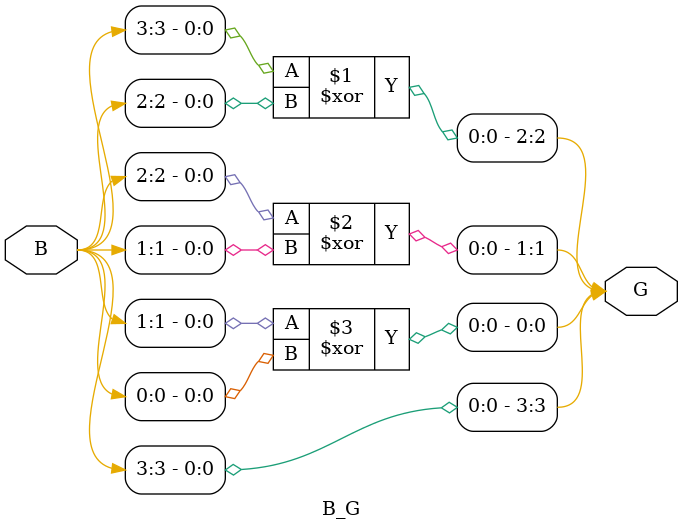
<source format=v>
module B_G(B,G);
  input [3:0]B;
  output [3:0]G;
 buf (G[3],B[3]);
  xor (G[2],B[3],B[2]);
  xor (G[1],B[2],B[1]);
  xor (G[0],B[1],B[0]);
endmodule

</source>
